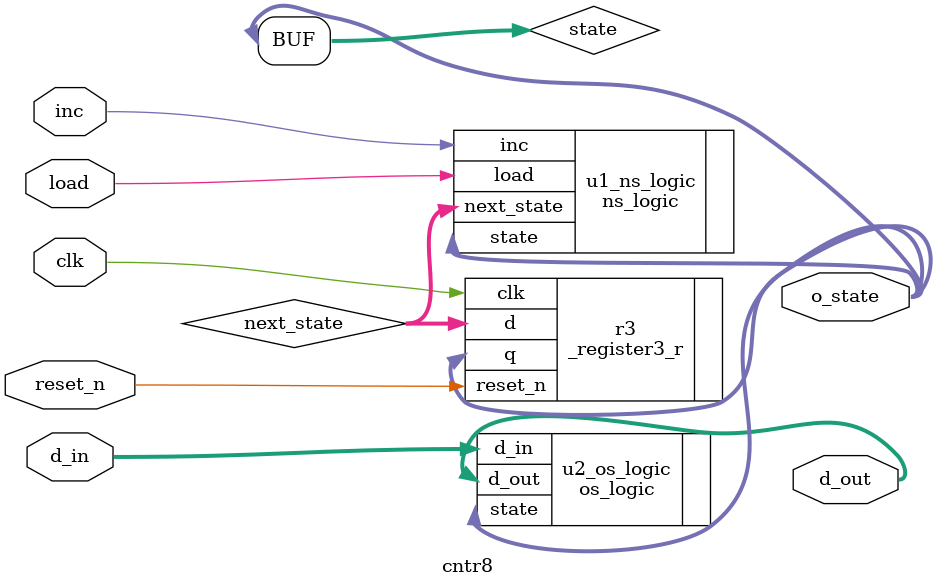
<source format=v>
module cntr8 (clk, reset_n, load, inc, d_in, d_out, o_state);
// module name is cntr8
	input clk, reset_n, load, inc; //input 1bit 
	input [7:0] d_in;// input 8bit
	
	output [7:0] d_out;// output 8bit
	output [2:0] o_state;// output 3 bit
	
	wire [2:0] next_state;// wire 3bit
	wire [2:0] state; // wire 3bit
	
	
	assign o_state = state; //check
	
	// module instance, name is u1_ns_logic, r3, u2_os_logic
	// use ns_logic, _register3_r, os_logic
	// sub modules..
	
	ns_logic  u1_ns_logic (.load(load), .inc(inc), .state(o_state), .next_state(next_state));
	
	_register3_r r3 (.clk(clk), .reset_n(reset_n), .d(next_state), .q(state));
	
	os_logic u2_os_logic (.d_in(d_in), .state(state), .d_out(d_out));
	
endmodule


	
	
</source>
